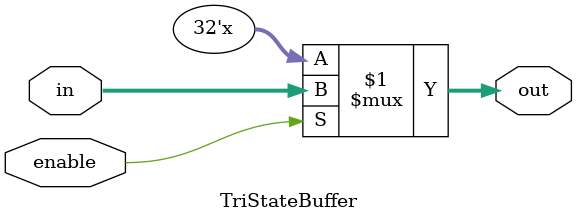
<source format=v>
module TriStateBuffer(in, enable, out);

input [31:0]in;

input enable;

output [31:0]out;



assign out = enable ? in : 32'bz;


endmodule 

</source>
